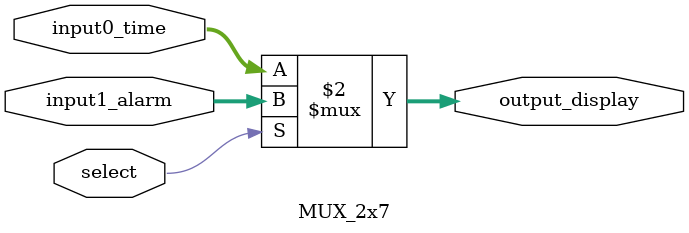
<source format=sv>
module MUX_2x7(
    input logic[6:0] input0_time,
    input logic[6:0] input1_alarm,
    input logic select,  // Selects between showing time or alarm
    output logic[6:0] output_display
);

    always_comb begin
        output_display = select ? input1_alarm : input0_time;
    end

endmodule

</source>
